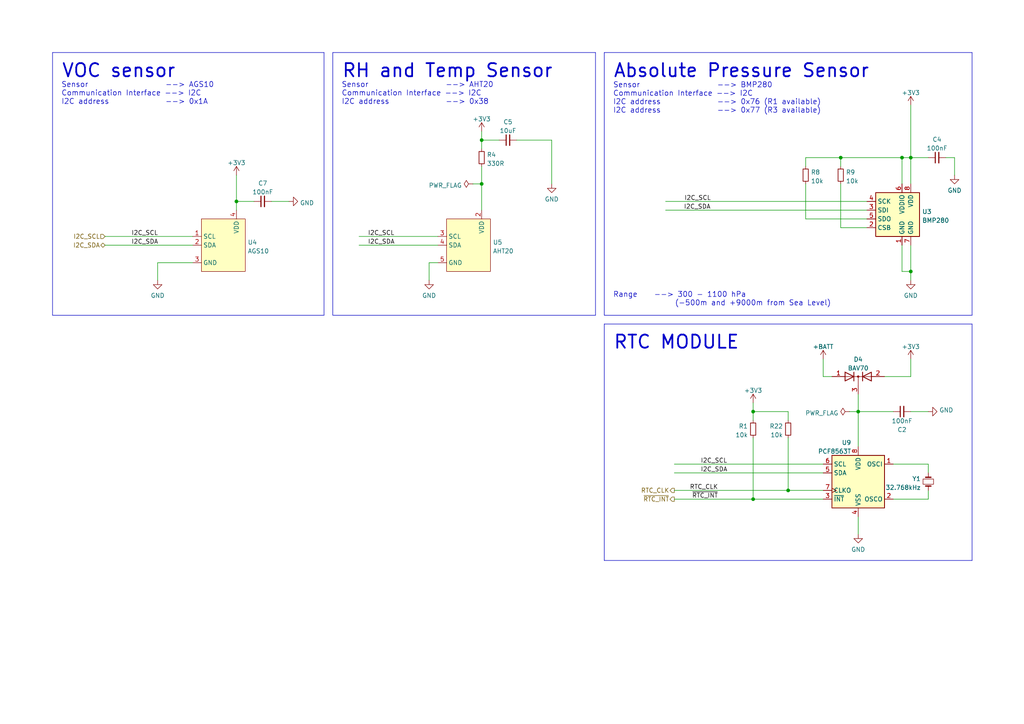
<source format=kicad_sch>
(kicad_sch (version 20230121) (generator eeschema)
  (paper "A4")
  (lib_symbols
    (symbol "ASAIR Sensors:AGS10"
      (property "Reference" "U" (at 10.16 0 0))
      (property "Value" "AGS10" (at 12.7 2.54 0))
      (symbol "AGS10_0_1"
        (rectangle (start -5.08 7.62) (end 7.62 -7.62) (stroke (width 0.1524)) (fill (type background)))
      )
      (symbol "AGS10_1_1"
        (pin input line (at -7.62 2.54 0) (length 2.54) (name "SCL") (number "1"))
        (pin bidirectional line (at -7.62 0 0) (length 2.54) (name "SDA") (number "2"))
        (pin passive line (at -7.62 -5.08 0) (length 2.54) (name "GND") (number "3"))
        (pin power_in line (at 5.08 10.16 270) (length 2.54) (name "VDD") (number "4"))
      )
    )
    (symbol "ASAIR Sensors:AHT20"
      (property "Reference" "U" (at 12.7 -2.54 0))
      (property "Value" "AHT20" (at 12.7 0 0))
      (symbol "AHT20_0_1"
        (rectangle (start -5.08 7.62) (end 7.62 -7.62) (stroke (width 0.1524)) (fill (type background)))
      )
      (symbol "AHT20_1_1"
        (pin no_connect line (at 10.16 -5.08 180) (length 2.54) hide (name "NC") (number "1"))
        (pin power_in line (at 5.08 10.16 270) (length 2.54) (name "VDD") (number "2"))
        (pin input line (at -7.62 2.54 0) (length 2.54) (name "SCL") (number "3"))
        (pin bidirectional line (at -7.62 0 0) (length 2.54) (name "SDA") (number "4"))
        (pin passive line (at -7.62 -5.08 0) (length 2.54) (name "GND") (number "5"))
        (pin no_connect line (at 10.16 -5.08 180) (length 2.54) hide (name "NC") (number "6"))
      )
    )
    (symbol "Device:C_Small" (pin_numbers hide) (pin_names (offset 0.254) hide)
      (property "Reference" "C" (at 0.254 1.778 0))
      (property "Value" "C_Small" (at 0.254 -2.032 0))
      (symbol "C_Small_0_1"
        (polyline (pts (xy -1.524 -0.508) (xy 1.524 -0.508)) (stroke (width 0.3302)))
        (polyline (pts (xy -1.524 0.508) (xy 1.524 0.508)) (stroke (width 0.3048)))
      )
      (symbol "C_Small_1_1"
        (pin passive line (at 0 2.54 270) (length 2.032) (name "~") (number "1"))
        (pin passive line (at 0 -2.54 90) (length 2.032) (name "~") (number "2"))
      )
    )
    (symbol "Device:Crystal_Small" (pin_numbers hide) (pin_names (offset 1.016) hide)
      (property "Reference" "Y" (at 0 2.54 0))
      (property "Value" "Crystal_Small" (at 0 -2.54 0))
      (symbol "Crystal_Small_0_1"
        (rectangle (start -0.762 -1.524) (end 0.762 1.524))
        (polyline (pts (xy -1.27 -0.762) (xy -1.27 0.762)) (stroke (width 0.381)))
        (polyline (pts (xy 1.27 -0.762) (xy 1.27 0.762)) (stroke (width 0.381)))
      )
      (symbol "Crystal_Small_1_1"
        (pin passive line (at -2.54 0 0) (length 1.27) (name "1") (number "1"))
        (pin passive line (at 2.54 0 180) (length 1.27) (name "2") (number "2"))
      )
    )
    (symbol "Device:R_Small" (pin_numbers hide) (pin_names (offset 0.254) hide)
      (property "Reference" "R" (at 0.762 0.508 0))
      (property "Value" "R_Small" (at 0.762 -1.016 0))
      (symbol "R_Small_0_1"
        (rectangle (start -0.762 1.778) (end 0.762 -1.778) (stroke (width 0.2032)))
      )
      (symbol "R_Small_1_1"
        (pin passive line (at 0 2.54 270) (length 0.762) (name "~") (number "1"))
        (pin passive line (at 0 -2.54 90) (length 0.762) (name "~") (number "2"))
      )
    )
    (symbol "Diode:BAV70" (pin_names (offset 0.762) hide)
      (property "Reference" "D" (at 0.635 -2.54 0))
      (property "Value" "BAV70" (at 0 2.54 0))
      (symbol "BAV70_0_1"
        (polyline (pts (xy -3.81 0) (xy 3.81 0)))
        (polyline (pts (xy 0 0) (xy 0 -2.54)))
        (polyline (pts (xy -1.27 -1.27) (xy -1.27 1.27) (xy -1.27 1.27)) (stroke (width 0.254)))
        (polyline (pts (xy 1.27 -1.27) (xy 1.27 1.27) (xy 1.27 1.27)) (stroke (width 0.254)))
        (polyline (pts (xy -3.81 1.27) (xy -1.27 0) (xy -3.81 -1.27) (xy -3.81 1.27) (xy -3.81 1.27) (xy -3.81 1.27)) (stroke (width 0.254)))
        (polyline (pts (xy 3.81 -1.27) (xy 1.27 0) (xy 3.81 1.27) (xy 3.81 -1.27) (xy 3.81 -1.27) (xy 3.81 -1.27)) (stroke (width 0.254)))
        (circle (center 0 0) (radius 0.254) (fill (type outline)))
        (pin passive line (at -7.62 0 0) (length 3.81) (name "A") (number "1"))
        (pin passive line (at 7.62 0 180) (length 3.81) (name "A") (number "2"))
        (pin passive line (at 0 -5.08 90) (length 2.54) (name "K") (number "3"))
      )
    )
    (symbol "Sensor_Pressure:BMP280"
      (property "Reference" "U" (at -7.62 10.16 0))
      (property "Value" "BMP280" (at 5.08 10.16 0))
      (symbol "BMP280_0_1"
        (rectangle (start -7.62 -5.08) (end 5.08 7.62) (stroke (width 0.254)) (fill (type background)))
      )
      (symbol "BMP280_1_1"
        (pin power_in line (at 0 -7.62 90) (length 2.54) (name "GND") (number "1"))
        (pin input line (at -10.16 -2.54 0) (length 2.54) (name "CSB") (number "2"))
        (pin bidirectional line (at -10.16 2.54 0) (length 2.54) (name "SDI") (number "3"))
        (pin input line (at -10.16 5.08 0) (length 2.54) (name "SCK") (number "4"))
        (pin bidirectional line (at -10.16 0 0) (length 2.54) (name "SDO") (number "5"))
        (pin power_in line (at 0 10.16 270) (length 2.54) (name "VDDIO") (number "6"))
        (pin power_in line (at 2.54 -7.62 90) (length 2.54) (name "GND") (number "7"))
        (pin power_in line (at 2.54 10.16 270) (length 2.54) (name "VDD") (number "8"))
      )
    )
    (symbol "Timer_RTC:PCF8563T"
      (property "Reference" "U" (at -7.62 8.89 0))
      (property "Value" "PCF8563T" (at 2.54 8.89 0))
      (symbol "PCF8563T_0_1"
        (rectangle (start -7.62 7.62) (end 7.62 -7.62) (stroke (width 0.254)) (fill (type background)))
      )
      (symbol "PCF8563T_1_1"
        (pin input line (at -10.16 5.08 0) (length 2.54) (name "OSCI") (number "1"))
        (pin output line (at -10.16 -5.08 0) (length 2.54) (name "OSCO") (number "2"))
        (pin output line (at 10.16 -5.08 180) (length 2.54) (name "~{INT}") (number "3"))
        (pin power_in line (at 0 -10.16 90) (length 2.54) (name "VSS") (number "4"))
        (pin bidirectional line (at 10.16 2.54 180) (length 2.54) (name "SDA") (number "5"))
        (pin input line (at 10.16 5.08 180) (length 2.54) (name "SCL") (number "6"))
        (pin output clock (at 10.16 -2.54 180) (length 2.54) (name "CLKO") (number "7"))
        (pin power_in line (at 0 10.16 270) (length 2.54) (name "VDD") (number "8"))
      )
    )
    (symbol "power:+3V3" (power) (pin_names (offset 0))
      (property "Value" "+3V3" (at 0 3.556 0))
      (symbol "+3V3_0_1"
        (polyline (pts (xy -0.762 1.27) (xy 0 2.54)))
        (polyline (pts (xy 0 0) (xy 0 2.54)))
        (polyline (pts (xy 0 2.54) (xy 0.762 1.27)))
      )
      (symbol "+3V3_1_1"
        (pin power_in line (at 0 0 90) (length 0) hide (name "+3V3") (number "1"))
      )
    )
    (symbol "power:+BATT" (power) (pin_names (offset 0))
      (property "Value" "+BATT" (at 0 3.556 0))
      (symbol "+BATT_0_1"
        (polyline (pts (xy -0.762 1.27) (xy 0 2.54)))
        (polyline (pts (xy 0 0) (xy 0 2.54)))
        (polyline (pts (xy 0 2.54) (xy 0.762 1.27)))
      )
      (symbol "+BATT_1_1"
        (pin power_in line (at 0 0 90) (length 0) hide (name "+BATT") (number "1"))
      )
    )
    (symbol "power:GND" (power) (pin_names (offset 0))
      (property "Value" "GND" (at 0 -3.81 0))
      (symbol "GND_0_1"
        (polyline (pts (xy 0 0) (xy 0 -1.27) (xy 1.27 -1.27) (xy 0 -2.54) (xy -1.27 -1.27) (xy 0 -1.27)))
      )
      (symbol "GND_1_1"
        (pin power_in line (at 0 0 270) (length 0) hide (name "GND") (number "1"))
      )
    )
    (symbol "power:PWR_FLAG" (power) (pin_numbers hide) (pin_names (offset 0) hide)
      (property "Value" "PWR_FLAG" (at 0 3.81 0))
      (symbol "PWR_FLAG_0_0"
        (pin power_out line (at 0 0 90) (length 0) (name "pwr") (number "1"))
      )
      (symbol "PWR_FLAG_0_1"
        (polyline (pts (xy 0 0) (xy 0 1.27) (xy -1.016 1.905) (xy 0 2.54) (xy 1.016 1.905) (xy 0 1.27)))
      )
    )
  )
  (junction (at 218.44 119.38))
  (junction (at 228.6 142.24))
  (junction (at 68.58 58.42))
  (junction (at 264.16 78.74))
  (junction (at 243.84 45.72))
  (junction (at 261.62 45.72))
  (junction (at 248.92 119.38))
  (junction (at 218.44 144.78))
  (junction (at 139.7 53.34))
  (junction (at 139.7 40.64))
  (junction (at 264.16 45.72))
  (wire (pts (xy 259.08 119.38) (xy 248.92 119.38)))
  (wire (pts (xy 264.16 78.74) (xy 261.62 78.74)))
  (wire (pts (xy 264.16 45.72) (xy 264.16 53.34)))
  (polyline (pts (xy 15.24 91.44) (xy 93.98 91.44)))
  (wire (pts (xy 246.38 119.38) (xy 248.92 119.38)))
  (wire (pts (xy 218.44 116.84) (xy 218.44 119.38)))
  (wire (pts (xy 243.84 45.72) (xy 243.84 48.26)))
  (wire (pts (xy 238.76 137.16) (xy 195.58 137.16)))
  (wire (pts (xy 30.48 71.12) (xy 55.88 71.12)))
  (wire (pts (xy 137.16 53.34) (xy 139.7 53.34)))
  (polyline (pts (xy 93.98 15.24) (xy 15.24 15.24)))
  (wire (pts (xy 228.6 142.24) (xy 195.58 142.24)))
  (wire (pts (xy 261.62 78.74) (xy 261.62 71.12)))
  (wire (pts (xy 269.24 137.16) (xy 269.24 134.62)))
  (wire (pts (xy 276.86 45.72) (xy 274.32 45.72)))
  (polyline (pts (xy 96.52 91.44) (xy 172.72 91.44)))
  (wire (pts (xy 45.72 81.28) (xy 45.72 76.2)))
  (wire (pts (xy 261.62 45.72) (xy 264.16 45.72)))
  (polyline (pts (xy 281.94 15.24) (xy 175.26 15.24)))
  (wire (pts (xy 238.76 104.14) (xy 238.76 109.22)))
  (wire (pts (xy 248.92 149.86) (xy 248.92 154.94)))
  (wire (pts (xy 45.72 76.2) (xy 55.88 76.2)))
  (polyline (pts (xy 281.94 15.24) (xy 281.94 91.44)))
  (polyline (pts (xy 281.94 162.56) (xy 281.94 93.98)))
  (wire (pts (xy 104.14 68.58) (xy 127 68.58)))
  (wire (pts (xy 233.68 48.26) (xy 233.68 45.72)))
  (wire (pts (xy 193.04 60.96) (xy 251.46 60.96)))
  (wire (pts (xy 264.16 71.12) (xy 264.16 78.74)))
  (polyline (pts (xy 175.26 15.24) (xy 175.26 91.44)))
  (wire (pts (xy 248.92 119.38) (xy 248.92 114.3)))
  (wire (pts (xy 269.24 144.78) (xy 259.08 144.78)))
  (polyline (pts (xy 96.52 15.24) (xy 96.52 91.44)))
  (wire (pts (xy 233.68 45.72) (xy 243.84 45.72)))
  (wire (pts (xy 68.58 58.42) (xy 73.66 58.42)))
  (wire (pts (xy 30.48 68.58) (xy 55.88 68.58)))
  (wire (pts (xy 68.58 58.42) (xy 68.58 60.96)))
  (wire (pts (xy 139.7 38.1) (xy 139.7 40.64)))
  (wire (pts (xy 218.44 127) (xy 218.44 144.78)))
  (wire (pts (xy 218.44 121.92) (xy 218.44 119.38)))
  (polyline (pts (xy 281.94 93.98) (xy 175.26 93.98)))
  (polyline (pts (xy 175.26 91.44) (xy 281.94 91.44)))
  (wire (pts (xy 264.16 78.74) (xy 264.16 81.28)))
  (wire (pts (xy 228.6 127) (xy 228.6 142.24)))
  (polyline (pts (xy 175.26 93.98) (xy 175.26 162.56)))
  (wire (pts (xy 276.86 45.72) (xy 276.86 50.8)))
  (wire (pts (xy 139.7 40.64) (xy 139.7 43.18)))
  (wire (pts (xy 68.58 50.8) (xy 68.58 58.42)))
  (polyline (pts (xy 93.98 91.44) (xy 93.98 15.24)))
  (wire (pts (xy 243.84 66.04) (xy 251.46 66.04)))
  (polyline (pts (xy 172.72 15.24) (xy 172.72 91.44)))
  (wire (pts (xy 261.62 53.34) (xy 261.62 45.72)))
  (wire (pts (xy 243.84 53.34) (xy 243.84 66.04)))
  (wire (pts (xy 264.16 119.38) (xy 269.24 119.38)))
  (wire (pts (xy 124.46 81.28) (xy 124.46 76.2)))
  (wire (pts (xy 264.16 109.22) (xy 264.16 104.14)))
  (wire (pts (xy 139.7 53.34) (xy 139.7 60.96)))
  (wire (pts (xy 238.76 134.62) (xy 195.58 134.62)))
  (wire (pts (xy 238.76 142.24) (xy 228.6 142.24)))
  (wire (pts (xy 238.76 144.78) (xy 218.44 144.78)))
  (wire (pts (xy 256.54 109.22) (xy 264.16 109.22)))
  (polyline (pts (xy 175.26 162.56) (xy 281.94 162.56)))
  (wire (pts (xy 139.7 48.26) (xy 139.7 53.34)))
  (wire (pts (xy 233.68 63.5) (xy 251.46 63.5)))
  (wire (pts (xy 238.76 109.22) (xy 241.3 109.22)))
  (polyline (pts (xy 15.24 15.24) (xy 15.24 91.44)))
  (wire (pts (xy 269.24 134.62) (xy 259.08 134.62)))
  (wire (pts (xy 264.16 30.48) (xy 264.16 45.72)))
  (wire (pts (xy 193.04 58.42) (xy 251.46 58.42)))
  (wire (pts (xy 104.14 71.12) (xy 127 71.12)))
  (wire (pts (xy 269.24 142.24) (xy 269.24 144.78)))
  (wire (pts (xy 228.6 119.38) (xy 228.6 121.92)))
  (wire (pts (xy 218.44 119.38) (xy 228.6 119.38)))
  (wire (pts (xy 149.86 40.64) (xy 160.02 40.64)))
  (wire (pts (xy 264.16 45.72) (xy 269.24 45.72)))
  (wire (pts (xy 218.44 144.78) (xy 195.58 144.78)))
  (wire (pts (xy 124.46 76.2) (xy 127 76.2)))
  (polyline (pts (xy 172.72 15.24) (xy 96.52 15.24)))
  (wire (pts (xy 83.82 58.42) (xy 78.74 58.42)))
  (wire (pts (xy 248.92 119.38) (xy 248.92 129.54)))
  (wire (pts (xy 233.68 53.34) (xy 233.68 63.5)))
  (wire (pts (xy 160.02 40.64) (xy 160.02 53.34)))
  (wire (pts (xy 261.62 45.72) (xy 243.84 45.72)))
  (wire (pts (xy 139.7 40.64) (xy 144.78 40.64)))
  (text "Sensor				--> AGS10\nCommunication Interface --> I2C\nI2C address			--> 0x1A\n" (at 17.78 30.48 0) (effects (font (size 1.524 1.524)) (justify left bottom)))
  (text "Sensor				--> BMP280\nCommunication Interface --> I2C\nI2C address			--> 0x76 (R1 available)\nI2C address			--> 0x77 (R3 available)\n" (at 177.8 33.02 0) (effects (font (size 1.524 1.524)) (justify left bottom)))
  (text "Range	--> 300 - 1100 hPa\n			(-500m and +9000m from Sea Level)\n" (at 177.8 88.9 0) (effects (font (size 1.524 1.524)) (justify left bottom)))
  (text "RH and Temp Sensor" (at 99.06 22.86 0) (effects (font (size 3.81 3.81) (thickness 0.508) bold) (justify left bottom)))
  (text "RTC MODULE" (at 177.8 101.6 0) (effects (font (size 3.81 3.81) (thickness 0.508) bold) (justify left bottom)))
  (text "Sensor				--> AHT20\nCommunication Interface --> I2C\nI2C address			--> 0x38\n" (at 99.06 30.48 0) (effects (font (size 1.524 1.524)) (justify left bottom)))
  (text "VOC sensor" (at 17.78 22.86 0) (effects (font (size 3.81 3.81) (thickness 0.508) bold) (justify left bottom)))
  (text "Absolute Pressure Sensor" (at 177.8 22.86 0) (effects (font (size 3.81 3.81) (thickness 0.508) bold) (justify left bottom)))
  (label "I2C_SDA" (at 203.2 137.16 0))
  (label "~{RTC_INT}" (at 208.28 144.78 180))
  (label "I2C_SDA" (at 106.68 71.12 0))
  (label "I2C_SDA" (at 198.3183 60.96 0))
  (label "I2C_SCL" (at 106.68 68.58 0))
  (label "I2C_SCL" (at 38.1 68.58 0))
  (label "RTC_CLK" (at 208.28 142.24 180))
  (label "I2C_SDA" (at 38.1 71.12 0))
  (label "I2C_SCL" (at 198.4685 58.42 0))
  (label "I2C_SCL" (at 203.2 134.62 0))
  (hierarchical_label "I2C_SDA" (shape bidirectional) (at 30.48 71.12 180))
  (hierarchical_label "I2C_SCL" (shape input) (at 30.48 68.58 180))
  (hierarchical_label "~{RTC_INT}" (shape output) (at 195.58 144.78 180))
  (hierarchical_label "RTC_CLK" (shape output) (at 195.58 142.24 180))
  (symbol (lib_id "Device:R_Small") (at 218.44 124.46 0) (mirror y) (unit 1)
    (property "Reference" "R1" (at 216.9414 123.6253 0) (effects (justify left)))
    (property "Value" "10k" (at 216.9414 126.1622 0) (effects (justify left)))
    (property "Footprint" "Resistor_SMD:R_0402_1005Metric" (effects hide))
  )
  (symbol (lib_id "Device:R_Small") (at 228.6 124.46 0) (mirror y) (unit 1)
    (property "Reference" "R22" (at 227.1014 123.6253 0) (effects (justify left)))
    (property "Value" "10k" (at 227.1014 126.1622 0) (effects (justify left)))
    (property "Footprint" "Resistor_SMD:R_0402_1005Metric" (effects hide))
  )
  (symbol (lib_id "power:GND") (at 276.86 50.8 0) (unit 1)
    (property "Reference" "#PWR04" (effects hide))
    (property "Value" "GND" (at 276.86 55.2434 0))
  )
  (symbol (lib_id "power:+3V3") (at 218.44 116.84 0) (mirror y) (unit 1)
    (property "Reference" "#PWR0113" (effects hide))
    (property "Value" "+3V3" (at 218.44 113.2642 0))
  )
  (symbol (lib_id "ASAIR Sensors:AGS10") (at 63.5 71.12 0) (unit 1) (in_bom no)
    (property "Reference" "U4" (at 71.8312 70.2853 0) (effects (justify left)))
    (property "Value" "AGS10" (at 71.8312 72.8222 0) (effects (justify left)))
    (property "Footprint" "ASAIR Sensors:AGS10" (effects hide))
  )
  (symbol (lib_id "Device:C_Small") (at 261.62 119.38 90) (mirror x) (unit 1)
    (property "Reference" "C2" (at 261.6263 124.6419 90))
    (property "Value" "100nF" (at 261.6263 122.105 90))
    (property "Footprint" "Capacitor_SMD:C_0402_1005Metric" (effects hide))
  )
  (symbol (lib_id "Device:C_Small") (at 271.78 45.72 90) (unit 1)
    (property "Reference" "C4" (at 271.7863 40.4581 90))
    (property "Value" "100nF" (at 271.7863 42.995 90))
    (property "Footprint" "Capacitor_SMD:C_0402_1005Metric" (effects hide))
  )
  (symbol (lib_id "power:GND") (at 45.72 81.28 0) (unit 1)
    (property "Reference" "#PWR07" (effects hide))
    (property "Value" "GND" (at 45.72 85.7234 0))
  )
  (symbol (lib_id "Device:Crystal_Small") (at 269.24 139.7 270) (mirror x) (unit 1)
    (property "Reference" "Y1" (at 267.081 138.8653 90) (effects (justify right)))
    (property "Value" "32.768kHz" (at 267.081 141.4022 90) (effects (justify right)))
    (property "Footprint" "Crystal:Crystal_SMD_3215-2Pin_3.2x1.5mm" (effects hide))
  )
  (symbol (lib_id "power:GND") (at 160.02 53.34 0) (unit 1)
    (property "Reference" "#PWR06" (effects hide))
    (property "Value" "GND" (at 160.02 57.7834 0))
  )
  (symbol (lib_id "Diode:BAV70") (at 248.92 109.22 0) (unit 1)
    (property "Reference" "D4" (at 248.92 104.2502 0))
    (property "Value" "BAV70" (at 248.92 106.7871 0))
    (property "Footprint" "Package_TO_SOT_SMD:SOT-23" (effects hide))
    (property "Datasheet" "https://assets.nexperia.com/documents/data-sheet/BAV70_SER.pdf" (effects hide))
  )
  (symbol (lib_id "power:+3V3") (at 68.58 50.8 0) (unit 1)
    (property "Reference" "#PWR03" (effects hide))
    (property "Value" "+3V3" (at 68.58 47.2242 0))
  )
  (symbol (lib_id "power:+BATT") (at 238.76 104.14 0) (unit 1)
    (property "Reference" "#PWR011" (effects hide))
    (property "Value" "+BATT" (at 238.76 100.5642 0))
  )
  (symbol (lib_id "power:GND") (at 248.92 154.94 0) (unit 1)
    (property "Reference" "#PWR0109" (effects hide))
    (property "Value" "GND" (at 248.92 159.3834 0))
  )
  (symbol (lib_id "power:GND") (at 264.16 81.28 0) (unit 1)
    (property "Reference" "#PWR09" (effects hide))
    (property "Value" "GND" (at 264.16 85.7234 0))
  )
  (symbol (lib_id "power:PWR_FLAG") (at 137.16 53.34 90) (unit 1)
    (property "Reference" "#FLG0105" (effects hide))
    (property "Value" "PWR_FLAG" (at 133.9851 53.7738 90) (effects (justify left)))
  )
  (symbol (lib_id "power:GND") (at 269.24 119.38 90) (mirror x) (unit 1)
    (property "Reference" "#PWR013" (effects hide))
    (property "Value" "GND" (at 272.415 118.9462 90) (effects (justify right)))
  )
  (symbol (lib_id "Sensor_Pressure:BMP280") (at 261.62 63.5 0) (unit 1)
    (property "Reference" "U3" (at 267.462 61.3953 0) (effects (justify left)))
    (property "Value" "BMP280" (at 267.462 63.9322 0) (effects (justify left)))
    (property "Footprint" "Package_LGA:Bosch_LGA-8_2x2.5mm_P0.65mm_ClockwisePinNumbering" (effects hide))
    (property "Datasheet" "https://ae-bst.resource.bosch.com/media/_tech/media/datasheets/BST-BMP280-DS001.pdf" (effects hide))
  )
  (symbol (lib_id "power:GND") (at 124.46 81.28 0) (unit 1)
    (property "Reference" "#PWR08" (effects hide))
    (property "Value" "GND" (at 124.46 85.7234 0))
  )
  (symbol (lib_id "Timer_RTC:PCF8563T") (at 248.92 139.7 0) (mirror y) (unit 1)
    (property "Reference" "U9" (at 246.9006 128.3802 0) (effects (justify left)))
    (property "Value" "PCF8563T" (at 246.9006 130.9171 0) (effects (justify left)))
    (property "Footprint" "Package_SO:SOIC-8_3.9x4.9mm_P1.27mm" (effects hide))
    (property "Datasheet" "https://www.nxp.com/docs/en/data-sheet/PCF8563.pdf" (effects hide))
  )
  (symbol (lib_id "power:+3V3") (at 139.7 38.1 0) (unit 1)
    (property "Reference" "#PWR02" (effects hide))
    (property "Value" "+3V3" (at 139.7 34.5242 0))
  )
  (symbol (lib_id "power:PWR_FLAG") (at 246.38 119.38 90) (unit 1)
    (property "Reference" "#FLG0106" (effects hide))
    (property "Value" "PWR_FLAG" (at 243.2051 119.8138 90) (effects (justify left)))
  )
  (symbol (lib_id "Device:R_Small") (at 243.84 50.8 0) (unit 1)
    (property "Reference" "R9" (at 245.3386 49.9653 0) (effects (justify left)))
    (property "Value" "10k" (at 245.3386 52.5022 0) (effects (justify left)))
    (property "Footprint" "Resistor_SMD:R_0402_1005Metric" (effects hide))
  )
  (symbol (lib_id "power:GND") (at 83.82 58.42 90) (unit 1)
    (property "Reference" "#PWR05" (effects hide))
    (property "Value" "GND" (at 86.995 58.8538 90) (effects (justify right)))
  )
  (symbol (lib_id "Device:R_Small") (at 233.68 50.8 0) (unit 1)
    (property "Reference" "R8" (at 235.1786 49.9653 0) (effects (justify left)))
    (property "Value" "10k" (at 235.1786 52.5022 0) (effects (justify left)))
    (property "Footprint" "Resistor_SMD:R_0402_1005Metric" (effects hide))
  )
  (symbol (lib_id "power:+3V3") (at 264.16 104.14 0) (mirror y) (unit 1)
    (property "Reference" "#PWR012" (effects hide))
    (property "Value" "+3V3" (at 264.16 100.5642 0))
  )
  (symbol (lib_id "ASAIR Sensors:AHT20") (at 134.62 71.12 0) (unit 1)
    (property "Reference" "U5" (at 142.9512 70.2853 0) (effects (justify left)))
    (property "Value" "AHT20" (at 142.9512 72.8222 0) (effects (justify left)))
    (property "Footprint" "ASAIR Sensors:AHT20" (effects hide))
  )
  (symbol (lib_id "power:+3V3") (at 264.16 30.48 0) (unit 1)
    (property "Reference" "#PWR01" (effects hide))
    (property "Value" "+3V3" (at 264.16 26.9042 0))
  )
  (symbol (lib_id "Device:R_Small") (at 139.7 45.72 0) (unit 1)
    (property "Reference" "R4" (at 141.1986 44.8853 0) (effects (justify left)))
    (property "Value" "330R" (at 141.1986 47.4222 0) (effects (justify left)))
    (property "Footprint" "Resistor_SMD:R_0402_1005Metric" (effects hide))
  )
  (symbol (lib_id "Device:C_Small") (at 76.2 58.42 90) (unit 1) (in_bom no)
    (property "Reference" "C7" (at 76.2063 53.1581 90))
    (property "Value" "100nF" (at 76.2063 55.695 90))
    (property "Footprint" "Capacitor_SMD:C_0402_1005Metric" (effects hide))
  )
  (symbol (lib_id "Device:C_Small") (at 147.32 40.64 90) (unit 1)
    (property "Reference" "C5" (at 147.3263 35.3781 90))
    (property "Value" "10uF" (at 147.3263 37.915 90))
    (property "Footprint" "Capacitor_SMD:C_0805_2012Metric" (effects hide))
  )
)
</source>
